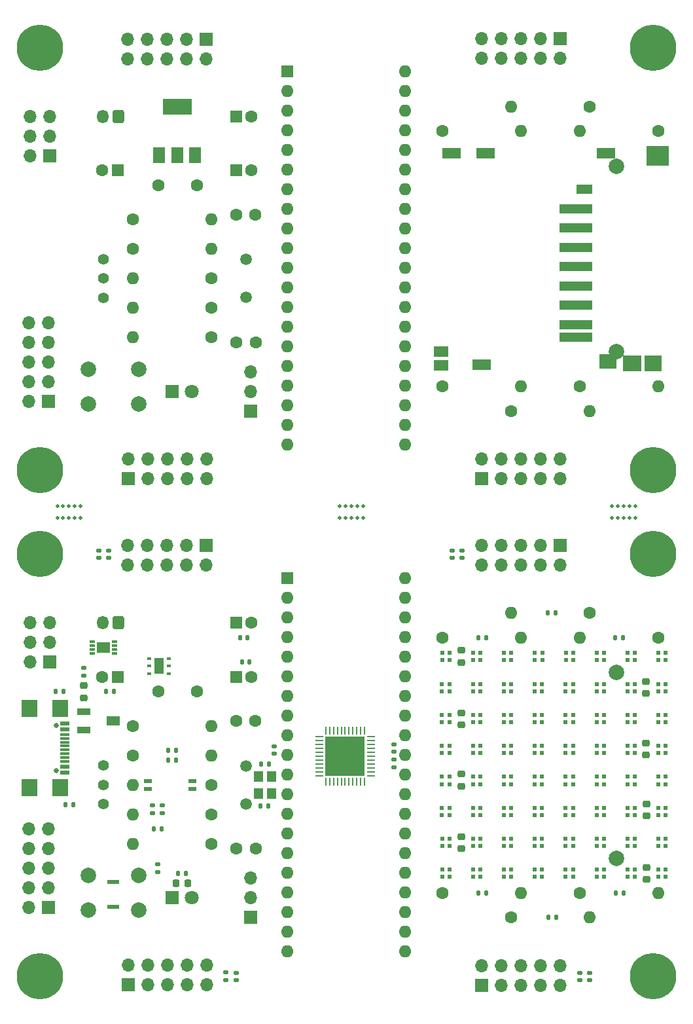
<source format=gbr>
%TF.GenerationSoftware,KiCad,Pcbnew,(6.0.4)*%
%TF.CreationDate,2023-01-10T10:28:08+00:00*%
%TF.ProjectId,il-flatto,696c2d66-6c61-4747-946f-2e6b69636164,rev?*%
%TF.SameCoordinates,Original*%
%TF.FileFunction,Soldermask,Top*%
%TF.FilePolarity,Negative*%
%FSLAX46Y46*%
G04 Gerber Fmt 4.6, Leading zero omitted, Abs format (unit mm)*
G04 Created by KiCad (PCBNEW (6.0.4)) date 2023-01-10 10:28:08*
%MOMM*%
%LPD*%
G01*
G04 APERTURE LIST*
G04 Aperture macros list*
%AMRoundRect*
0 Rectangle with rounded corners*
0 $1 Rounding radius*
0 $2 $3 $4 $5 $6 $7 $8 $9 X,Y pos of 4 corners*
0 Add a 4 corners polygon primitive as box body*
4,1,4,$2,$3,$4,$5,$6,$7,$8,$9,$2,$3,0*
0 Add four circle primitives for the rounded corners*
1,1,$1+$1,$2,$3*
1,1,$1+$1,$4,$5*
1,1,$1+$1,$6,$7*
1,1,$1+$1,$8,$9*
0 Add four rect primitives between the rounded corners*
20,1,$1+$1,$2,$3,$4,$5,0*
20,1,$1+$1,$4,$5,$6,$7,0*
20,1,$1+$1,$6,$7,$8,$9,0*
20,1,$1+$1,$8,$9,$2,$3,0*%
G04 Aperture macros list end*
%ADD10C,1.600000*%
%ADD11O,1.600000X1.600000*%
%ADD12R,0.550000X0.550000*%
%ADD13RoundRect,0.135000X-0.135000X-0.185000X0.135000X-0.185000X0.135000X0.185000X-0.135000X0.185000X0*%
%ADD14C,6.000000*%
%ADD15RoundRect,0.225000X0.250000X-0.225000X0.250000X0.225000X-0.250000X0.225000X-0.250000X-0.225000X0*%
%ADD16R,1.600000X1.600000*%
%ADD17RoundRect,0.140000X-0.170000X0.140000X-0.170000X-0.140000X0.170000X-0.140000X0.170000X0.140000X0*%
%ADD18R,1.700000X1.700000*%
%ADD19O,1.700000X1.700000*%
%ADD20C,1.500000*%
%ADD21RoundRect,0.140000X0.140000X0.170000X-0.140000X0.170000X-0.140000X-0.170000X0.140000X-0.170000X0*%
%ADD22R,0.609600X0.406400*%
%ADD23R,1.193800X2.006600*%
%ADD24RoundRect,0.135000X0.135000X0.185000X-0.135000X0.185000X-0.135000X-0.185000X0.135000X-0.185000X0*%
%ADD25RoundRect,0.225000X-0.250000X0.225000X-0.250000X-0.225000X0.250000X-0.225000X0.250000X0.225000X0*%
%ADD26C,0.650000*%
%ADD27R,1.150000X0.600000*%
%ADD28R,1.150000X0.300000*%
%ADD29R,2.000000X2.180000*%
%ADD30RoundRect,0.140000X0.170000X-0.140000X0.170000X0.140000X-0.170000X0.140000X-0.170000X-0.140000X0*%
%ADD31RoundRect,0.062500X-0.475000X-0.062500X0.475000X-0.062500X0.475000X0.062500X-0.475000X0.062500X0*%
%ADD32RoundRect,0.062500X-0.062500X-0.475000X0.062500X-0.475000X0.062500X0.475000X-0.062500X0.475000X0*%
%ADD33R,5.200000X5.200000*%
%ADD34R,1.500000X0.550000*%
%ADD35C,1.397000*%
%ADD36RoundRect,0.135000X0.185000X-0.135000X0.185000X0.135000X-0.185000X0.135000X-0.185000X-0.135000X0*%
%ADD37C,2.000000*%
%ADD38R,1.016000X0.508000*%
%ADD39R,0.750000X0.300000*%
%ADD40R,1.750000X1.450000*%
%ADD41R,2.400000X1.400000*%
%ADD42R,2.400000X2.100000*%
%ADD43R,2.900000X2.600000*%
%ADD44R,1.950000X1.400000*%
%ADD45R,2.200000X1.850000*%
%ADD46R,2.200000X2.100000*%
%ADD47R,1.950000X1.450000*%
%ADD48R,4.300000X1.200000*%
%ADD49R,2.000000X1.200000*%
%ADD50C,0.500000*%
%ADD51R,1.800000X1.800000*%
%ADD52C,1.800000*%
%ADD53RoundRect,0.140000X-0.140000X-0.170000X0.140000X-0.170000X0.140000X0.170000X-0.140000X0.170000X0*%
%ADD54R,1.500000X2.000000*%
%ADD55R,3.800000X2.000000*%
%ADD56RoundRect,0.218750X-0.256250X0.218750X-0.256250X-0.218750X0.256250X-0.218750X0.256250X0.218750X0*%
%ADD57RoundRect,0.312500X0.437500X0.562500X-0.437500X0.562500X-0.437500X-0.562500X0.437500X-0.562500X0*%
%ADD58O,1.500000X1.750000*%
%ADD59R,1.200000X1.400000*%
%ADD60RoundRect,0.218750X-0.218750X-0.256250X0.218750X-0.256250X0.218750X0.256250X-0.218750X0.256250X0*%
%ADD61R,1.752600X0.812800*%
%ADD62R,1.752600X1.193800*%
%ADD63RoundRect,0.135000X-0.185000X0.135000X-0.185000X-0.135000X0.185000X-0.135000X0.185000X0.135000X0*%
G04 APERTURE END LIST*
D10*
%TO.C,R1*%
X175260000Y-125730000D03*
D11*
X185420000Y-125730000D03*
%TD*%
D12*
%TO.C,D210*%
X235253391Y-137432490D03*
X235253391Y-136482490D03*
X236203391Y-136482490D03*
X236203391Y-137432490D03*
%TD*%
%TO.C,D211*%
X231253391Y-137432490D03*
X231253391Y-136482490D03*
X232203391Y-136482490D03*
X232203391Y-137432490D03*
%TD*%
D13*
%TO.C,R110*%
X229029800Y-146685000D03*
X230049800Y-146685000D03*
%TD*%
D14*
%TO.C,REF\u002A\u002A*%
X242570000Y-99695000D03*
%TD*%
D15*
%TO.C,C304*%
X241668014Y-125700419D03*
X241668014Y-124150419D03*
%TD*%
D16*
%TO.C,C6*%
X188595000Y-50070000D03*
D10*
X190595000Y-50070000D03*
%TD*%
D12*
%TO.C,D232*%
X216193014Y-124492419D03*
X216193014Y-125442419D03*
X215243014Y-125442419D03*
X215243014Y-124492419D03*
%TD*%
%TO.C,D258*%
X235257000Y-113425000D03*
X235257000Y-112475000D03*
X236207000Y-112475000D03*
X236207000Y-113425000D03*
%TD*%
%TO.C,D250*%
X224192614Y-116482082D03*
X224192614Y-117432082D03*
X223242614Y-117432082D03*
X223242614Y-116482082D03*
%TD*%
D17*
%TO.C,C113*%
X187299600Y-153799600D03*
X187299600Y-154759600D03*
%TD*%
D12*
%TO.C,D249*%
X220192614Y-116482082D03*
X220192614Y-117432082D03*
X219242614Y-117432082D03*
X219242614Y-116482082D03*
%TD*%
D18*
%TO.C,SV1(A)1*%
X230540000Y-33065000D03*
D19*
X230540000Y-35605000D03*
X228000000Y-33065000D03*
X228000000Y-35605000D03*
X225460000Y-33065000D03*
X225460000Y-35605000D03*
X222920000Y-33065000D03*
X222920000Y-35605000D03*
X220380000Y-33065000D03*
X220380000Y-35605000D03*
%TD*%
D10*
%TO.C,R10*%
X224155000Y-146685000D03*
D11*
X234315000Y-146685000D03*
%TD*%
D13*
%TO.C,R107*%
X219962000Y-110464600D03*
X220982000Y-110464600D03*
%TD*%
D16*
%TO.C,C4*%
X173310113Y-115570000D03*
D10*
X171310113Y-115570000D03*
%TD*%
D20*
%TO.C,Q1*%
X189865000Y-127090000D03*
X189865000Y-131970000D03*
%TD*%
D21*
%TO.C,C102*%
X192834200Y-126873000D03*
X191874200Y-126873000D03*
%TD*%
D12*
%TO.C,D261*%
X223257000Y-113425000D03*
X223257000Y-112475000D03*
X224207000Y-112475000D03*
X224207000Y-113425000D03*
%TD*%
%TO.C,D252*%
X232192614Y-116482082D03*
X232192614Y-117432082D03*
X231242614Y-117432082D03*
X231242614Y-116482082D03*
%TD*%
D22*
%TO.C,U102*%
X177355149Y-113220149D03*
X177355149Y-114170150D03*
X177355149Y-115120151D03*
X179895149Y-115120151D03*
X179895149Y-114170150D03*
X179895149Y-113220149D03*
D23*
X178625149Y-114170150D03*
%TD*%
D12*
%TO.C,D227*%
X231247391Y-129428490D03*
X231247391Y-128478490D03*
X232197391Y-128478490D03*
X232197391Y-129428490D03*
%TD*%
D24*
%TO.C,R101*%
X180850000Y-125095000D03*
X179830000Y-125095000D03*
%TD*%
D18*
%TO.C,SV3(C)1*%
X220375000Y-89935000D03*
D19*
X220375000Y-87395000D03*
X222915000Y-89935000D03*
X222915000Y-87395000D03*
X225455000Y-89935000D03*
X225455000Y-87395000D03*
X227995000Y-89935000D03*
X227995000Y-87395000D03*
X230535000Y-89935000D03*
X230535000Y-87395000D03*
%TD*%
D25*
%TO.C,C303*%
X217784575Y-128155175D03*
X217784575Y-129705175D03*
%TD*%
D12*
%TO.C,D200*%
X216203391Y-140482490D03*
X216203391Y-141432490D03*
X215253391Y-141432490D03*
X215253391Y-140482490D03*
%TD*%
D26*
%TO.C,X101*%
X165333700Y-127654800D03*
X165333700Y-121874800D03*
D27*
X166408700Y-121564800D03*
X166408700Y-122364800D03*
D28*
X166408700Y-123514800D03*
X166408700Y-124514800D03*
X166408700Y-125014800D03*
X166408700Y-126014800D03*
D27*
X166408700Y-127964800D03*
X166408700Y-127164800D03*
D28*
X166408700Y-126514800D03*
X166408700Y-125514800D03*
X166408700Y-124014800D03*
X166408700Y-123014800D03*
D29*
X165833700Y-119654800D03*
X165833700Y-129874800D03*
X161903700Y-119654800D03*
X161903700Y-129874800D03*
%TD*%
D12*
%TO.C,D221*%
X236194138Y-132486487D03*
X236194138Y-133436487D03*
X235244138Y-133436487D03*
X235244138Y-132486487D03*
%TD*%
D10*
%TO.C,R4*%
X185420000Y-137160000D03*
D11*
X175260000Y-137160000D03*
%TD*%
D18*
%TO.C,J103*%
X164485000Y-113650000D03*
D19*
X161945000Y-113650000D03*
X164485000Y-111110000D03*
X161945000Y-111110000D03*
X164485000Y-108570000D03*
X161945000Y-108570000D03*
%TD*%
D24*
%TO.C,R106*%
X229922800Y-107315000D03*
X228902800Y-107315000D03*
%TD*%
D30*
%TO.C,C108*%
X170815000Y-100175000D03*
X170815000Y-99215000D03*
%TD*%
D31*
%TO.C,U101*%
X199379900Y-123331600D03*
X199379900Y-123831600D03*
X199379900Y-124331600D03*
X199379900Y-124831600D03*
X199379900Y-125331600D03*
X199379900Y-125831600D03*
X199379900Y-126331600D03*
X199379900Y-126831600D03*
X199379900Y-127331600D03*
X199379900Y-127831600D03*
X199379900Y-128331600D03*
D32*
X200217400Y-129169100D03*
X200717400Y-129169100D03*
X201217400Y-129169100D03*
X201717400Y-129169100D03*
X202217400Y-129169100D03*
X202717400Y-129169100D03*
X203217400Y-129169100D03*
X203717400Y-129169100D03*
X204217400Y-129169100D03*
X204717400Y-129169100D03*
X205217400Y-129169100D03*
D31*
X206054900Y-128331600D03*
X206054900Y-127831600D03*
X206054900Y-127331600D03*
X206054900Y-126831600D03*
X206054900Y-126331600D03*
X206054900Y-125831600D03*
X206054900Y-125331600D03*
X206054900Y-124831600D03*
X206054900Y-124331600D03*
X206054900Y-123831600D03*
X206054900Y-123331600D03*
D32*
X205217400Y-122494100D03*
X204717400Y-122494100D03*
X204217400Y-122494100D03*
X203717400Y-122494100D03*
X203217400Y-122494100D03*
X202717400Y-122494100D03*
X202217400Y-122494100D03*
X201717400Y-122494100D03*
X201217400Y-122494100D03*
X200717400Y-122494100D03*
X200217400Y-122494100D03*
D33*
X202717400Y-125831600D03*
%TD*%
D17*
%TO.C,C110*%
X188595000Y-153825000D03*
X188595000Y-154785000D03*
%TD*%
D34*
%TO.C,S102*%
X172720000Y-145313022D03*
X172720000Y-142063022D03*
%TD*%
D16*
%TO.C,C5*%
X188595000Y-108585000D03*
D10*
X190595000Y-108585000D03*
%TD*%
%TO.C,R2*%
X185420000Y-129540000D03*
D11*
X175260000Y-129540000D03*
%TD*%
D13*
%TO.C,R202*%
X166495000Y-132080000D03*
X167515000Y-132080000D03*
%TD*%
D10*
%TO.C,R4*%
X185420000Y-71660000D03*
D11*
X175260000Y-71660000D03*
%TD*%
D18*
%TO.C,JP3*%
X190500000Y-81170000D03*
D19*
X190500000Y-78630000D03*
X190500000Y-76090000D03*
%TD*%
D12*
%TO.C,D231*%
X215247391Y-129428490D03*
X215247391Y-128478490D03*
X216197391Y-128478490D03*
X216197391Y-129428490D03*
%TD*%
%TO.C,D206*%
X240203391Y-140482490D03*
X240203391Y-141432490D03*
X239253391Y-141432490D03*
X239253391Y-140482490D03*
%TD*%
%TO.C,D201*%
X220203391Y-140482490D03*
X220203391Y-141432490D03*
X219253391Y-141432490D03*
X219253391Y-140482490D03*
%TD*%
D10*
%TO.C,R3*%
X185420000Y-133350000D03*
D11*
X175260000Y-133350000D03*
%TD*%
D12*
%TO.C,D233*%
X220193014Y-124492419D03*
X220193014Y-125442419D03*
X219243014Y-125442419D03*
X219243014Y-124492419D03*
%TD*%
D16*
%TO.C,C6*%
X188595000Y-115570000D03*
D10*
X190595000Y-115570000D03*
%TD*%
D12*
%TO.C,D253*%
X236192614Y-116482082D03*
X236192614Y-117432082D03*
X235242614Y-117432082D03*
X235242614Y-116482082D03*
%TD*%
D20*
%TO.C,Q1*%
X189865000Y-61590000D03*
X189865000Y-66470000D03*
%TD*%
D12*
%TO.C,D208*%
X243253391Y-137432490D03*
X243253391Y-136482490D03*
X244203391Y-136482490D03*
X244203391Y-137432490D03*
%TD*%
%TO.C,D255*%
X244192614Y-116482082D03*
X244192614Y-117432082D03*
X243242614Y-117432082D03*
X243242614Y-116482082D03*
%TD*%
D30*
%TO.C,C205*%
X209000000Y-127230000D03*
X209000000Y-126270000D03*
%TD*%
D14*
%TO.C,*%
X242570000Y-88805000D03*
%TD*%
D25*
%TO.C,C305*%
X217769457Y-120221189D03*
X217769457Y-121771189D03*
%TD*%
D30*
%TO.C,C107*%
X217840000Y-100175000D03*
X217840000Y-99215000D03*
%TD*%
D12*
%TO.C,D254*%
X240192614Y-116482082D03*
X240192614Y-117432082D03*
X239242614Y-117432082D03*
X239242614Y-116482082D03*
%TD*%
%TO.C,D251*%
X228192614Y-116482082D03*
X228192614Y-117432082D03*
X227242614Y-117432082D03*
X227242614Y-116482082D03*
%TD*%
%TO.C,D228*%
X227247391Y-129428490D03*
X227247391Y-128478490D03*
X228197391Y-128478490D03*
X228197391Y-129428490D03*
%TD*%
%TO.C,D212*%
X227253391Y-137432490D03*
X227253391Y-136482490D03*
X228203391Y-136482490D03*
X228203391Y-137432490D03*
%TD*%
%TO.C,D244*%
X227244457Y-121429189D03*
X227244457Y-120479189D03*
X228194457Y-120479189D03*
X228194457Y-121429189D03*
%TD*%
%TO.C,D263*%
X215257000Y-113425000D03*
X215257000Y-112475000D03*
X216207000Y-112475000D03*
X216207000Y-113425000D03*
%TD*%
%TO.C,D204*%
X232203391Y-140482490D03*
X232203391Y-141432490D03*
X231253391Y-141432490D03*
X231253391Y-140482490D03*
%TD*%
%TO.C,D219*%
X228194138Y-132486487D03*
X228194138Y-133436487D03*
X227244138Y-133436487D03*
X227244138Y-132486487D03*
%TD*%
D17*
%TO.C,C109*%
X234315000Y-153825000D03*
X234315000Y-154785000D03*
%TD*%
D10*
%TO.C,C3*%
X183515000Y-51975000D03*
X178515000Y-51975000D03*
%TD*%
D35*
%TO.C,S1*%
X171450000Y-66540000D03*
X171450000Y-64040000D03*
X171450000Y-61540000D03*
%TD*%
D14*
%TO.C,REF\u002A\u002A*%
X242570000Y-34195000D03*
%TD*%
D10*
%TO.C,R9*%
X243205000Y-44990000D03*
D11*
X233045000Y-44990000D03*
%TD*%
D14*
%TO.C,*%
X242570000Y-154305000D03*
%TD*%
D12*
%TO.C,D218*%
X224194138Y-132486487D03*
X224194138Y-133436487D03*
X223244138Y-133436487D03*
X223244138Y-132486487D03*
%TD*%
%TO.C,D225*%
X239247391Y-129428490D03*
X239247391Y-128478490D03*
X240197391Y-128478490D03*
X240197391Y-129428490D03*
%TD*%
%TO.C,D238*%
X240193014Y-124492419D03*
X240193014Y-125442419D03*
X239243014Y-125442419D03*
X239243014Y-124492419D03*
%TD*%
%TO.C,D241*%
X239244457Y-121429189D03*
X239244457Y-120479189D03*
X240194457Y-120479189D03*
X240194457Y-121429189D03*
%TD*%
%TO.C,D246*%
X219244457Y-121429189D03*
X219244457Y-120479189D03*
X220194457Y-120479189D03*
X220194457Y-121429189D03*
%TD*%
D10*
%TO.C,R8*%
X233045000Y-78010000D03*
D11*
X243205000Y-78010000D03*
%TD*%
D36*
%TO.C,R203*%
X177800000Y-133225000D03*
X177800000Y-132205000D03*
%TD*%
D25*
%TO.C,C307*%
X217782000Y-112133000D03*
X217782000Y-113683000D03*
%TD*%
D30*
%TO.C,C111*%
X216570000Y-100175000D03*
X216570000Y-99215000D03*
%TD*%
D21*
%TO.C,C101*%
X192758000Y-132283200D03*
X191798000Y-132283200D03*
%TD*%
D12*
%TO.C,D224*%
X243247391Y-129428490D03*
X243247391Y-128478490D03*
X244197391Y-128478490D03*
X244197391Y-129428490D03*
%TD*%
D15*
%TO.C,C306*%
X241667614Y-117690082D03*
X241667614Y-116140082D03*
%TD*%
D16*
%TO.C,C4*%
X173310113Y-50070000D03*
D10*
X171310113Y-50070000D03*
%TD*%
D36*
%TO.C,R204*%
X179070000Y-133225000D03*
X179070000Y-132205000D03*
%TD*%
D12*
%TO.C,D262*%
X219257000Y-113425000D03*
X219257000Y-112475000D03*
X220207000Y-112475000D03*
X220207000Y-113425000D03*
%TD*%
D37*
%TO.C,X102*%
X237807172Y-139025000D03*
X237807172Y-115025000D03*
%TD*%
D13*
%TO.C,R111*%
X219962000Y-143510000D03*
X220982000Y-143510000D03*
%TD*%
D12*
%TO.C,D240*%
X243244457Y-121429189D03*
X243244457Y-120479189D03*
X244194457Y-120479189D03*
X244194457Y-121429189D03*
%TD*%
D21*
%TO.C,C106*%
X190345000Y-113665000D03*
X189385000Y-113665000D03*
%TD*%
D18*
%TO.C,J5*%
X164325000Y-79915000D03*
D19*
X161785000Y-79915000D03*
X164325000Y-77375000D03*
X161785000Y-77375000D03*
X164325000Y-74835000D03*
X161785000Y-74835000D03*
X164325000Y-72295000D03*
X161785000Y-72295000D03*
X164325000Y-69755000D03*
X161785000Y-69755000D03*
%TD*%
D12*
%TO.C,D229*%
X223247391Y-129428490D03*
X223247391Y-128478490D03*
X224197391Y-128478490D03*
X224197391Y-129428490D03*
%TD*%
D21*
%TO.C,C105*%
X190075000Y-110500000D03*
X189115000Y-110500000D03*
%TD*%
D36*
%TO.C,R112*%
X168910000Y-115445000D03*
X168910000Y-114425000D03*
%TD*%
D38*
%TO.C,S103*%
X182980200Y-129040001D03*
X177189000Y-129040001D03*
X182980200Y-130039999D03*
X177189000Y-130039999D03*
%TD*%
D24*
%TO.C,R109*%
X238685800Y-110464600D03*
X237665800Y-110464600D03*
%TD*%
D18*
%TO.C,SV1(A)1*%
X230540000Y-98565000D03*
D19*
X230540000Y-101105000D03*
X228000000Y-98565000D03*
X228000000Y-101105000D03*
X225460000Y-98565000D03*
X225460000Y-101105000D03*
X222920000Y-98565000D03*
X222920000Y-101105000D03*
X220380000Y-98565000D03*
X220380000Y-101105000D03*
%TD*%
D30*
%TO.C,C112*%
X172110400Y-100175000D03*
X172110400Y-99215000D03*
%TD*%
D12*
%TO.C,D245*%
X223244457Y-121429189D03*
X223244457Y-120479189D03*
X224194457Y-120479189D03*
X224194457Y-121429189D03*
%TD*%
D10*
%TO.C,R9*%
X243205000Y-110490000D03*
D11*
X233045000Y-110490000D03*
%TD*%
D10*
%TO.C,R2*%
X185420000Y-64040000D03*
D11*
X175260000Y-64040000D03*
%TD*%
D10*
%TO.C,R3*%
X185420000Y-67850000D03*
D11*
X175260000Y-67850000D03*
%TD*%
D14*
%TO.C,*%
X163195000Y-34195000D03*
%TD*%
D16*
%TO.C,IC1*%
X195240000Y-37300000D03*
D11*
X195240000Y-39840000D03*
X195240000Y-42380000D03*
X195240000Y-44920000D03*
X195240000Y-47460000D03*
X195240000Y-50000000D03*
X195240000Y-52540000D03*
X195240000Y-55080000D03*
X195240000Y-57620000D03*
X195240000Y-60160000D03*
X195240000Y-62700000D03*
X195240000Y-65240000D03*
X195240000Y-67780000D03*
X195240000Y-70320000D03*
X195240000Y-72860000D03*
X195240000Y-75400000D03*
X195240000Y-77940000D03*
X195240000Y-80480000D03*
X195240000Y-83020000D03*
X195240000Y-85560000D03*
X210480000Y-85560000D03*
X210480000Y-83020000D03*
X210480000Y-80480000D03*
X210480000Y-77940000D03*
X210480000Y-75400000D03*
X210480000Y-72860000D03*
X210480000Y-70320000D03*
X210480000Y-67780000D03*
X210480000Y-65240000D03*
X210480000Y-62700000D03*
X210480000Y-60160000D03*
X210480000Y-57620000D03*
X210480000Y-55080000D03*
X210480000Y-52540000D03*
X210480000Y-50000000D03*
X210480000Y-47460000D03*
X210480000Y-44920000D03*
X210480000Y-42380000D03*
X210480000Y-39840000D03*
X210480000Y-37300000D03*
%TD*%
D39*
%TO.C,U103*%
X172900000Y-112510000D03*
X172900000Y-112010000D03*
X172900000Y-111510000D03*
X172900000Y-111010000D03*
X170000000Y-111010000D03*
D40*
X171450000Y-111760000D03*
D39*
X170000000Y-111510000D03*
X170000000Y-112010000D03*
X170000000Y-112510000D03*
%TD*%
D41*
%TO.C,X2*%
X220857172Y-47825000D03*
X220407172Y-75225000D03*
X236457172Y-47825000D03*
D42*
X239807172Y-75025000D03*
D43*
X243157172Y-48225000D03*
D44*
X215107172Y-73475000D03*
D41*
X216507172Y-47825000D03*
D45*
X236757172Y-74800000D03*
D46*
X242557172Y-75025000D03*
D47*
X215107172Y-75300000D03*
D48*
X232568655Y-71639023D03*
X232568655Y-70014023D03*
D49*
X233643655Y-52514023D03*
D48*
X232568655Y-67514023D03*
X232568655Y-65014023D03*
X232568655Y-62514023D03*
X232568655Y-60014023D03*
X232568655Y-57514023D03*
X232568655Y-55014023D03*
D37*
X237807172Y-49525000D03*
X237807172Y-73525000D03*
%TD*%
D12*
%TO.C,D215*%
X215253391Y-137432490D03*
X215253391Y-136482490D03*
X216203391Y-136482490D03*
X216203391Y-137432490D03*
%TD*%
D10*
%TO.C,R5*%
X175260000Y-56420000D03*
D11*
X185420000Y-56420000D03*
%TD*%
D24*
%TO.C,R103*%
X178945000Y-135255000D03*
X177925000Y-135255000D03*
%TD*%
D50*
%TO.C,mouse-bite-3mm-slot*%
X239512000Y-95000000D03*
X237988000Y-95000000D03*
X239512000Y-93500000D03*
X240274000Y-93500000D03*
X237988000Y-93500000D03*
X238738000Y-93500000D03*
X238738000Y-95000000D03*
X240274000Y-95000000D03*
X237238000Y-93500000D03*
X237238000Y-95000000D03*
%TD*%
D51*
%TO.C,D1*%
X180335000Y-78645000D03*
D52*
X182875000Y-78645000D03*
%TD*%
D13*
%TO.C,R108*%
X237742000Y-143510000D03*
X238762000Y-143510000D03*
%TD*%
D10*
%TO.C,R1*%
X175260000Y-60230000D03*
D11*
X185420000Y-60230000D03*
%TD*%
D17*
%TO.C,C103*%
X193497200Y-124564200D03*
X193497200Y-125524200D03*
%TD*%
D10*
%TO.C,R5*%
X175260000Y-121920000D03*
D11*
X185420000Y-121920000D03*
%TD*%
D53*
%TO.C,C104*%
X171808200Y-117475000D03*
X172768200Y-117475000D03*
%TD*%
D10*
%TO.C,C3*%
X183515000Y-117475000D03*
X178515000Y-117475000D03*
%TD*%
D12*
%TO.C,D226*%
X235247391Y-129428490D03*
X235247391Y-128478490D03*
X236197391Y-128478490D03*
X236197391Y-129428490D03*
%TD*%
%TO.C,D213*%
X223253391Y-137432490D03*
X223253391Y-136482490D03*
X224203391Y-136482490D03*
X224203391Y-137432490D03*
%TD*%
D54*
%TO.C,IC2*%
X183275000Y-48140000D03*
D55*
X180975000Y-41840000D03*
D54*
X180975000Y-48140000D03*
X178675000Y-48140000D03*
%TD*%
D12*
%TO.C,D239*%
X244193014Y-124492419D03*
X244193014Y-125442419D03*
X243243014Y-125442419D03*
X243243014Y-124492419D03*
%TD*%
D56*
%TO.C,D102*%
X168910000Y-116687500D03*
X168910000Y-118262500D03*
%TD*%
D12*
%TO.C,D202*%
X224203391Y-140482490D03*
X224203391Y-141432490D03*
X223253391Y-141432490D03*
X223253391Y-140482490D03*
%TD*%
%TO.C,D248*%
X216192614Y-116482082D03*
X216192614Y-117432082D03*
X215242614Y-117432082D03*
X215242614Y-116482082D03*
%TD*%
D10*
%TO.C,R10*%
X224155000Y-81185000D03*
D11*
X234315000Y-81185000D03*
%TD*%
D57*
%TO.C,X3*%
X173355000Y-43085000D03*
D58*
X171355000Y-43085000D03*
%TD*%
D12*
%TO.C,D257*%
X239257000Y-113425000D03*
X239257000Y-112475000D03*
X240207000Y-112475000D03*
X240207000Y-113425000D03*
%TD*%
D18*
%TO.C,JP103*%
X190500000Y-146670000D03*
D19*
X190500000Y-144130000D03*
X190500000Y-141590000D03*
%TD*%
D59*
%TO.C,Q101*%
X193178800Y-130665400D03*
X193178800Y-128465400D03*
X191478800Y-128465400D03*
X191478800Y-130665400D03*
%TD*%
D12*
%TO.C,D230*%
X219247391Y-129428490D03*
X219247391Y-128478490D03*
X220197391Y-128478490D03*
X220197391Y-129428490D03*
%TD*%
D10*
%TO.C,R7*%
X215265000Y-110490000D03*
D11*
X225425000Y-110490000D03*
%TD*%
D12*
%TO.C,D220*%
X232194138Y-132486487D03*
X232194138Y-133436487D03*
X231244138Y-133436487D03*
X231244138Y-132486487D03*
%TD*%
%TO.C,D222*%
X240194138Y-132486487D03*
X240194138Y-133436487D03*
X239244138Y-133436487D03*
X239244138Y-132486487D03*
%TD*%
D50*
%TO.C,mouse-bite-3mm-slot*%
X202738000Y-95000000D03*
X203488000Y-93500000D03*
X203488000Y-95000000D03*
X204262000Y-93500000D03*
X201988000Y-95000000D03*
X205024000Y-93500000D03*
X202738000Y-93500000D03*
X205024000Y-95000000D03*
X201988000Y-93500000D03*
X204262000Y-95000000D03*
%TD*%
D10*
%TO.C,C1*%
X191135000Y-137795000D03*
X188635000Y-137795000D03*
%TD*%
D12*
%TO.C,D243*%
X231244457Y-121429189D03*
X231244457Y-120479189D03*
X232194457Y-120479189D03*
X232194457Y-121429189D03*
%TD*%
D15*
%TO.C,C302*%
X241669138Y-133568487D03*
X241669138Y-132018487D03*
%TD*%
D12*
%TO.C,D205*%
X236203391Y-140482490D03*
X236203391Y-141432490D03*
X235253391Y-141432490D03*
X235253391Y-140482490D03*
%TD*%
D14*
%TO.C,*%
X163195000Y-99695000D03*
%TD*%
D18*
%TO.C,SV4(D)1*%
X174655000Y-89915000D03*
D19*
X174655000Y-87375000D03*
X177195000Y-89915000D03*
X177195000Y-87375000D03*
X179735000Y-89915000D03*
X179735000Y-87375000D03*
X182275000Y-89915000D03*
X182275000Y-87375000D03*
X184815000Y-89915000D03*
X184815000Y-87375000D03*
%TD*%
D12*
%TO.C,D207*%
X244203391Y-140482490D03*
X244203391Y-141432490D03*
X243253391Y-141432490D03*
X243253391Y-140482490D03*
%TD*%
D10*
%TO.C,R8*%
X233045000Y-143510000D03*
D11*
X243205000Y-143510000D03*
%TD*%
D25*
%TO.C,C301*%
X217778391Y-136224490D03*
X217778391Y-137774490D03*
%TD*%
D12*
%TO.C,D223*%
X244194138Y-132486487D03*
X244194138Y-133436487D03*
X243244138Y-133436487D03*
X243244138Y-132486487D03*
%TD*%
D13*
%TO.C,R201*%
X165225000Y-117475000D03*
X166245000Y-117475000D03*
%TD*%
D12*
%TO.C,D235*%
X228193014Y-124492419D03*
X228193014Y-125442419D03*
X227243014Y-125442419D03*
X227243014Y-124492419D03*
%TD*%
%TO.C,D260*%
X227257000Y-113425000D03*
X227257000Y-112475000D03*
X228207000Y-112475000D03*
X228207000Y-113425000D03*
%TD*%
%TO.C,D209*%
X239253391Y-137432490D03*
X239253391Y-136482490D03*
X240203391Y-136482490D03*
X240203391Y-137432490D03*
%TD*%
D37*
%TO.C,S2*%
X175970000Y-80260000D03*
X169470000Y-80260000D03*
X169470000Y-75760000D03*
X175970000Y-75760000D03*
%TD*%
D18*
%TO.C,J3*%
X164485000Y-48150000D03*
D19*
X161945000Y-48150000D03*
X164485000Y-45610000D03*
X161945000Y-45610000D03*
X164485000Y-43070000D03*
X161945000Y-43070000D03*
%TD*%
D51*
%TO.C,D1*%
X180335000Y-144145000D03*
D52*
X182875000Y-144145000D03*
%TD*%
D13*
%TO.C,R104*%
X181100000Y-140970000D03*
X182120000Y-140970000D03*
%TD*%
D12*
%TO.C,D256*%
X243257000Y-113425000D03*
X243257000Y-112475000D03*
X244207000Y-112475000D03*
X244207000Y-113425000D03*
%TD*%
D14*
%TO.C,*%
X163195000Y-154305000D03*
%TD*%
D10*
%TO.C,R11*%
X215265000Y-78010000D03*
D11*
X225425000Y-78010000D03*
%TD*%
D15*
%TO.C,C300*%
X241678391Y-141732490D03*
X241678391Y-140182490D03*
%TD*%
D18*
%TO.C,J105*%
X164325000Y-145415000D03*
D19*
X161785000Y-145415000D03*
X164325000Y-142875000D03*
X161785000Y-142875000D03*
X164325000Y-140335000D03*
X161785000Y-140335000D03*
X164325000Y-137795000D03*
X161785000Y-137795000D03*
X164325000Y-135255000D03*
X161785000Y-135255000D03*
%TD*%
D12*
%TO.C,D247*%
X215244457Y-121429189D03*
X215244457Y-120479189D03*
X216194457Y-120479189D03*
X216194457Y-121429189D03*
%TD*%
D10*
%TO.C,R6*%
X234315000Y-41815000D03*
D11*
X224155000Y-41815000D03*
%TD*%
D57*
%TO.C,X103*%
X173355000Y-108585000D03*
D58*
X171355000Y-108585000D03*
%TD*%
D17*
%TO.C,C114*%
X233045000Y-153825000D03*
X233045000Y-154785000D03*
%TD*%
D12*
%TO.C,D236*%
X232193014Y-124492419D03*
X232193014Y-125442419D03*
X231243014Y-125442419D03*
X231243014Y-124492419D03*
%TD*%
D18*
%TO.C,SV3(C)1*%
X220375000Y-155435000D03*
D19*
X220375000Y-152895000D03*
X222915000Y-155435000D03*
X222915000Y-152895000D03*
X225455000Y-155435000D03*
X225455000Y-152895000D03*
X227995000Y-155435000D03*
X227995000Y-152895000D03*
X230535000Y-155435000D03*
X230535000Y-152895000D03*
%TD*%
D13*
%TO.C,R102*%
X179830000Y-126365000D03*
X180850000Y-126365000D03*
%TD*%
D12*
%TO.C,D242*%
X235244457Y-121429189D03*
X235244457Y-120479189D03*
X236194457Y-120479189D03*
X236194457Y-121429189D03*
%TD*%
D14*
%TO.C,*%
X163195000Y-88805000D03*
%TD*%
D10*
%TO.C,C2*%
X191115000Y-121285000D03*
X188615000Y-121285000D03*
%TD*%
D12*
%TO.C,D237*%
X236193014Y-124492419D03*
X236193014Y-125442419D03*
X235243014Y-125442419D03*
X235243014Y-124492419D03*
%TD*%
%TO.C,D216*%
X216194138Y-132486487D03*
X216194138Y-133436487D03*
X215244138Y-133436487D03*
X215244138Y-132486487D03*
%TD*%
D18*
%TO.C,SV2(B)1*%
X184755000Y-98585000D03*
D19*
X184755000Y-101125000D03*
X182215000Y-98585000D03*
X182215000Y-101125000D03*
X179675000Y-98585000D03*
X179675000Y-101125000D03*
X177135000Y-98585000D03*
X177135000Y-101125000D03*
X174595000Y-98585000D03*
X174595000Y-101125000D03*
%TD*%
D12*
%TO.C,D214*%
X219253391Y-137432490D03*
X219253391Y-136482490D03*
X220203391Y-136482490D03*
X220203391Y-137432490D03*
%TD*%
D50*
%TO.C,mouse-bite-3mm-slot*%
X168512000Y-95000000D03*
X166976000Y-93500000D03*
X167750000Y-93500000D03*
X165476000Y-95000000D03*
X168512000Y-93500000D03*
X165476000Y-93500000D03*
X166226000Y-95000000D03*
X166226000Y-93500000D03*
X167750000Y-95000000D03*
X166976000Y-95000000D03*
%TD*%
D60*
%TO.C,D101*%
X180822500Y-142240000D03*
X182397500Y-142240000D03*
%TD*%
D12*
%TO.C,D203*%
X228203391Y-140482490D03*
X228203391Y-141432490D03*
X227253391Y-141432490D03*
X227253391Y-140482490D03*
%TD*%
D16*
%TO.C,C5*%
X188595000Y-43085000D03*
D10*
X190595000Y-43085000D03*
%TD*%
%TO.C,C2*%
X191115000Y-55785000D03*
X188615000Y-55785000D03*
%TD*%
D12*
%TO.C,D259*%
X231257000Y-113425000D03*
X231257000Y-112475000D03*
X232207000Y-112475000D03*
X232207000Y-113425000D03*
%TD*%
D17*
%TO.C,C206*%
X209000000Y-124270000D03*
X209000000Y-125230000D03*
%TD*%
D37*
%TO.C,S2*%
X169470000Y-145760000D03*
X175970000Y-145760000D03*
X175970000Y-141260000D03*
X169470000Y-141260000D03*
%TD*%
D10*
%TO.C,R11*%
X215265000Y-143510000D03*
D11*
X225425000Y-143510000D03*
%TD*%
D18*
%TO.C,SV4(D)1*%
X174655000Y-155415000D03*
D19*
X174655000Y-152875000D03*
X177195000Y-155415000D03*
X177195000Y-152875000D03*
X179735000Y-155415000D03*
X179735000Y-152875000D03*
X182275000Y-155415000D03*
X182275000Y-152875000D03*
X184815000Y-155415000D03*
X184815000Y-152875000D03*
%TD*%
D10*
%TO.C,R7*%
X215265000Y-44990000D03*
D11*
X225425000Y-44990000D03*
%TD*%
D18*
%TO.C,SV2(B)1*%
X184755000Y-33085000D03*
D19*
X184755000Y-35625000D03*
X182215000Y-33085000D03*
X182215000Y-35625000D03*
X179675000Y-33085000D03*
X179675000Y-35625000D03*
X177135000Y-33085000D03*
X177135000Y-35625000D03*
X174595000Y-33085000D03*
X174595000Y-35625000D03*
%TD*%
D16*
%TO.C,*%
X195240000Y-102800000D03*
D11*
X195240000Y-105340000D03*
X195240000Y-107880000D03*
X195240000Y-110420000D03*
X195240000Y-112960000D03*
X195240000Y-115500000D03*
X195240000Y-118040000D03*
X195240000Y-120580000D03*
X195240000Y-123120000D03*
X195240000Y-125660000D03*
X195240000Y-128200000D03*
X195240000Y-130740000D03*
X195240000Y-133280000D03*
X195240000Y-135820000D03*
X195240000Y-138360000D03*
X195240000Y-140900000D03*
X195240000Y-143440000D03*
X195240000Y-145980000D03*
X195240000Y-148520000D03*
X195240000Y-151060000D03*
X210480000Y-151060000D03*
X210480000Y-148520000D03*
X210480000Y-145980000D03*
X210480000Y-143440000D03*
X210480000Y-140900000D03*
X210480000Y-138360000D03*
X210480000Y-135820000D03*
X210480000Y-133280000D03*
X210480000Y-130740000D03*
X210480000Y-128200000D03*
X210480000Y-125660000D03*
X210480000Y-123120000D03*
X210480000Y-120580000D03*
X210480000Y-118040000D03*
X210480000Y-115500000D03*
X210480000Y-112960000D03*
X210480000Y-110420000D03*
X210480000Y-107880000D03*
X210480000Y-105340000D03*
X210480000Y-102800000D03*
%TD*%
D61*
%TO.C,S101*%
X168935400Y-120110250D03*
D62*
X172694600Y-121285000D03*
D61*
X168935400Y-122459750D03*
%TD*%
D10*
%TO.C,R6*%
X234315000Y-107315000D03*
D11*
X224155000Y-107315000D03*
%TD*%
D35*
%TO.C,S1*%
X171450000Y-132040000D03*
X171450000Y-129540000D03*
X171450000Y-127040000D03*
%TD*%
D63*
%TO.C,R105*%
X178435000Y-139825000D03*
X178435000Y-140845000D03*
%TD*%
D12*
%TO.C,D234*%
X224193014Y-124492419D03*
X224193014Y-125442419D03*
X223243014Y-125442419D03*
X223243014Y-124492419D03*
%TD*%
%TO.C,D217*%
X220194138Y-132486487D03*
X220194138Y-133436487D03*
X219244138Y-133436487D03*
X219244138Y-132486487D03*
%TD*%
D10*
%TO.C,C1*%
X191135000Y-72295000D03*
X188635000Y-72295000D03*
%TD*%
M02*

</source>
